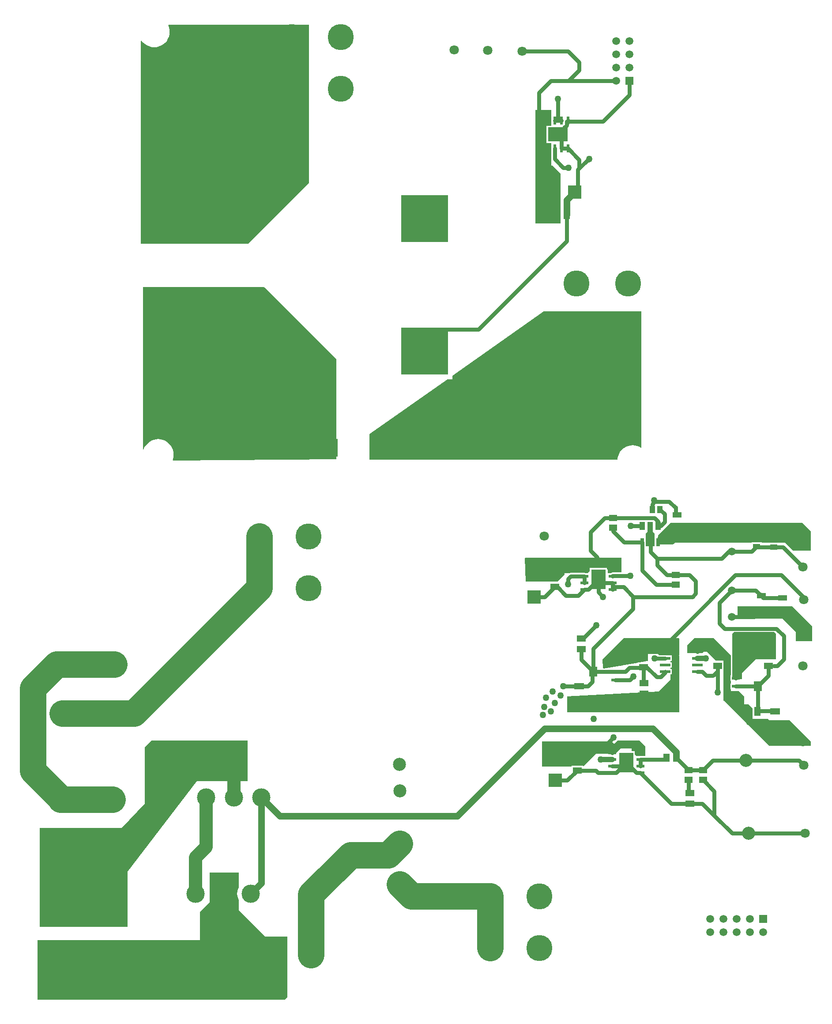
<source format=gtl>
G04 Layer_Physical_Order=1*
G04 Layer_Color=255*
%FSLAX25Y25*%
%MOIN*%
G70*
G01*
G75*
%ADD10R,0.09842X0.09842*%
%ADD11R,0.05118X0.06693*%
%ADD12R,0.14961X0.10787*%
%ADD13R,0.02362X0.06102*%
%ADD14R,0.14370X0.13780*%
%ADD15C,0.10000*%
%ADD16C,0.03000*%
%ADD17C,0.02000*%
%ADD18C,0.05000*%
%ADD19C,0.01000*%
%ADD20R,0.05905X0.05118*%
%ADD21R,0.06693X0.05118*%
%ADD22R,0.07283X0.04921*%
%ADD23R,0.03937X0.05905*%
%ADD24R,0.02756X0.05905*%
%ADD25R,0.04331X0.05512*%
%ADD26R,0.05118X0.05905*%
%ADD27R,0.06693X0.04331*%
%ADD28R,0.05512X0.04331*%
%ADD29R,0.09842X0.09842*%
%ADD30R,0.05905X0.02362*%
%ADD31R,0.05905X0.07205*%
%ADD32R,0.07874X0.01968*%
%ADD33R,0.10787X0.14961*%
%ADD34R,0.06102X0.02362*%
%ADD35R,0.09449X0.14961*%
%ADD36C,0.04000*%
%ADD37C,0.20000*%
%ADD38C,0.19685*%
%ADD39C,0.07087*%
%ADD40R,0.05905X0.05905*%
%ADD41C,0.05905*%
%ADD42R,0.35433X0.35433*%
%ADD43R,0.47244X0.47244*%
%ADD44C,0.05000*%
%ADD45C,0.09842*%
%ADD46C,0.13780*%
%ADD47R,0.05905X0.05905*%
G36*
X329000Y727500D02*
X283000Y681500D01*
X202000D01*
Y834752D01*
X202481Y834888D01*
X202610Y834678D01*
X203793Y833293D01*
X205178Y832110D01*
X206731Y831158D01*
X208413Y830461D01*
X210184Y830036D01*
X212000Y829893D01*
X213816Y830036D01*
X215587Y830461D01*
X217269Y831158D01*
X218822Y832110D01*
X220207Y833293D01*
X221390Y834678D01*
X222342Y836231D01*
X223039Y837913D01*
X223464Y839684D01*
X223607Y841500D01*
X223464Y843316D01*
X223039Y845087D01*
X222453Y846500D01*
X222764Y847000D01*
X329000D01*
X329000Y727500D01*
D02*
G37*
G36*
X512000Y775422D02*
X511861Y774720D01*
X512000Y774019D01*
Y770484D01*
X508291D01*
Y757697D01*
X512000D01*
Y754162D01*
X511861Y753461D01*
Y745591D01*
X512000Y744889D01*
Y740500D01*
X513000D01*
X519000Y734500D01*
Y697000D01*
X500000D01*
Y782500D01*
X512000D01*
Y775422D01*
D02*
G37*
G36*
X580000Y527919D02*
X579564Y527674D01*
X578598Y528266D01*
X576926Y528959D01*
X575165Y529382D01*
X573361Y529524D01*
X571556Y529382D01*
X569796Y528959D01*
X568124Y528266D01*
X566580Y527321D01*
X565204Y526145D01*
X564028Y524768D01*
X563083Y523225D01*
X562390Y521553D01*
X561967Y519793D01*
X561866Y518500D01*
X374500D01*
X374500Y537840D01*
X433379Y579284D01*
X437295D01*
Y582040D01*
X506142Y630500D01*
X580000Y630500D01*
Y527919D01*
D02*
G37*
G36*
X349500Y594500D02*
Y518880D01*
X226126Y518035D01*
X225847Y518450D01*
X226039Y518913D01*
X226464Y520684D01*
X226607Y522500D01*
X226464Y524316D01*
X226039Y526087D01*
X225342Y527769D01*
X224390Y529322D01*
X223207Y530707D01*
X221822Y531890D01*
X220269Y532842D01*
X218587Y533539D01*
X216816Y533964D01*
X215000Y534107D01*
X213184Y533964D01*
X211413Y533539D01*
X209731Y532842D01*
X208178Y531890D01*
X206793Y530707D01*
X205610Y529322D01*
X204658Y527769D01*
X204000Y526180D01*
X203500Y526279D01*
X203500Y649000D01*
X295000D01*
X349500Y594500D01*
D02*
G37*
G36*
X588665Y464248D02*
X589945Y462968D01*
Y453323D01*
X583252D01*
Y462968D01*
X584531Y464248D01*
Y471433D01*
X588665D01*
X588665Y464248D01*
D02*
G37*
G36*
X708000Y464500D02*
Y450000D01*
X694500D01*
X688500Y456000D01*
X670756D01*
Y456213D01*
X663244D01*
Y456000D01*
X592229D01*
X591897Y456374D01*
X592500Y461500D01*
X602000Y471000D01*
X701500D01*
X708000Y464500D01*
D02*
G37*
G36*
X565000Y433549D02*
X558366D01*
X557391Y433355D01*
X556859Y433000D01*
X554500D01*
Y435750D01*
X553803Y436098D01*
Y436791D01*
X541016D01*
Y436500D01*
X541000D01*
Y434500D01*
X539500Y433000D01*
X537797D01*
X537755Y433028D01*
X536779Y433222D01*
X526673D01*
X525698Y433028D01*
X525656Y433000D01*
X522000D01*
Y432000D01*
X516488Y426488D01*
X492500D01*
X492010Y444142D01*
X492359Y444500D01*
X565000D01*
Y433549D01*
D02*
G37*
G36*
X709000Y393000D02*
Y383000D01*
Y381500D01*
X696500D01*
X696500Y388500D01*
X686500Y398500D01*
X653000D01*
X652500Y399000D01*
Y408000D01*
X694000Y408000D01*
X709000Y393000D01*
D02*
G37*
G36*
X681500Y387000D02*
X681500Y368000D01*
X666500D01*
X656000Y357500D01*
Y353000D01*
X648865Y352524D01*
X648500Y352866D01*
Y355764D01*
X648520Y355862D01*
Y371000D01*
X648500Y371098D01*
Y387000D01*
X649951Y388451D01*
X680049D01*
X681500Y387000D01*
D02*
G37*
G36*
X608538Y383538D02*
X608500Y383500D01*
Y371000D01*
X608191D01*
X608500Y370694D01*
Y328000D01*
X524000Y328000D01*
Y340000D01*
X593000Y343500D01*
X602000Y352500D01*
Y356516D01*
X602732D01*
Y360484D01*
X602000D01*
Y361516D01*
X602732D01*
Y365484D01*
X602000D01*
Y366516D01*
X602732D01*
Y370484D01*
X602946Y370896D01*
X603014Y371000D01*
X598041D01*
X597795Y371049D01*
X593451D01*
X592500Y372000D01*
X590230D01*
X590000Y372030D01*
X589771Y372000D01*
X585000Y372000D01*
X585000Y366500D01*
X584050Y366500D01*
X578396Y365559D01*
X577153D01*
Y365352D01*
X551495Y361082D01*
X550972Y361392D01*
X550500Y368000D01*
X566500Y384000D01*
X608347D01*
X608538Y383538D01*
D02*
G37*
G36*
X583000Y302000D02*
Y295000D01*
X576000D01*
X574894Y296106D01*
Y298480D01*
X572520D01*
X572500Y298500D01*
Y300500D01*
X564500D01*
X562228Y298480D01*
X562106D01*
Y298372D01*
X560000Y296500D01*
X545500D01*
X536346Y287347D01*
X535847Y287554D01*
Y287559D01*
X527153D01*
Y287000D01*
X505000D01*
Y306000D01*
X557500D01*
X559500Y304000D01*
X562000Y306500D01*
X578500D01*
X583000Y302000D01*
D02*
G37*
G36*
X647500Y371000D02*
Y370900D01*
Y355963D01*
Y355862D01*
X647315D01*
Y351500D01*
X647500D01*
Y349681D01*
X647315D01*
Y345319D01*
X647500D01*
Y344000D01*
X653500D01*
X657500Y340000D01*
Y334000D01*
X661000D01*
X663941Y331059D01*
Y324153D01*
X664000D01*
Y323000D01*
X675500D01*
X676500Y322000D01*
X692000D01*
X708000Y306000D01*
X708000Y302500D01*
X676500D01*
X642000Y337000D01*
Y367000D01*
X636000D01*
X629500Y373500D01*
X627000Y373500D01*
X626000Y372500D01*
X614500Y372500D01*
X614500Y378500D01*
X620000Y384000D01*
X634500D01*
X647500Y371000D01*
D02*
G37*
G36*
X282500Y276000D02*
X244187D01*
X192000Y207557D01*
Y166000D01*
X125500D01*
Y240500D01*
X187475D01*
X205000Y258939D01*
Y301500D01*
X210000Y306500D01*
X282500D01*
Y276000D01*
D02*
G37*
G36*
X276000Y207000D02*
Y196198D01*
X275714Y195731D01*
X275088Y194220D01*
X274706Y192630D01*
X274578Y191000D01*
X274706Y189370D01*
X275088Y187779D01*
X275714Y186269D01*
X276000Y185802D01*
Y178500D01*
X296000Y158500D01*
X312500D01*
Y113000D01*
X310500Y111000D01*
X123940D01*
Y156000D01*
X246500D01*
Y177000D01*
X254000Y184500D01*
Y207000D01*
X276000Y207000D01*
D02*
G37*
D10*
X507500Y720500D02*
D03*
X529500D02*
D03*
D11*
X515500Y703500D02*
D03*
X523500D02*
D03*
X667500Y328500D02*
D03*
X659500D02*
D03*
D12*
X516772Y764091D02*
D03*
D13*
X509390Y774720D02*
D03*
X514409D02*
D03*
X519429D02*
D03*
X524449D02*
D03*
Y753461D02*
D03*
X519429D02*
D03*
X514409D02*
D03*
X509390D02*
D03*
D14*
X381594Y527500D02*
D03*
X343406D02*
D03*
D15*
X241000Y708925D02*
X316000Y783925D01*
X570000Y614500D02*
X531000D01*
X316000Y798500D02*
Y837500D01*
Y783925D02*
Y798500D01*
X343406Y527500D02*
X319000D01*
X246000Y600500D01*
X444000Y527500D02*
X381594D01*
X444000D02*
X531000Y614500D01*
X243150Y191000D02*
Y218150D01*
X251150Y226150D01*
Y263350D01*
X180500Y225000D02*
X243000Y287500D01*
X267500D01*
X272213Y282787D01*
Y263500D02*
Y282787D01*
D16*
X510000Y709000D02*
Y752850D01*
X525000Y804500D02*
X511500D01*
X502500Y795500D02*
X511500Y804500D01*
X502500Y767831D02*
Y795500D01*
X561000Y804500D02*
X525000D01*
X533000Y812500D01*
Y818500D01*
X524449Y774000D02*
X523429D01*
X551000D02*
X524449D01*
X529000Y721000D02*
X532000Y724000D01*
X457000Y617000D02*
X523500Y683500D01*
X416079Y600500D02*
X432579Y617000D01*
X457000D02*
X432579D01*
X523500Y683500D02*
Y703500D01*
X532000Y724000D02*
Y737500D01*
X533000Y738500D02*
X539500Y745000D01*
X525000Y739000D02*
X521000D01*
X514409Y745591D01*
X507539Y753461D02*
X502500Y758500D01*
X509390Y753461D02*
X507539D01*
X515500Y703500D02*
X510000Y709000D01*
X502500Y767831D02*
X509390Y774720D01*
X502500Y758500D02*
Y767831D01*
X514409Y745591D02*
Y753461D01*
X533000Y818500D02*
X524500Y827000D01*
X490000D01*
X524449Y753461D02*
X519429D01*
Y761433D01*
X517091Y763772D01*
X533000Y738500D02*
Y744909D01*
X524449Y753461D01*
X532000Y737500D02*
X533000Y738500D01*
X571000Y794000D02*
Y804500D01*
X551000Y774000D02*
X571000Y794000D01*
X523429Y770953D02*
Y774000D01*
X521646Y769169D02*
X523429Y770953D01*
X524449Y774000D02*
Y774720D01*
X516772Y764091D02*
X521748Y769067D01*
X517000Y775721D02*
Y791000D01*
X519429Y774720D02*
X514409D01*
X666500Y452547D02*
X680000D01*
X648343Y459386D02*
X679067D01*
X571980Y468480D02*
X580693D01*
X560823Y282323D02*
X565842Y287343D01*
X568500Y290000D01*
X557870Y287343D02*
X565842D01*
X668000Y329000D02*
Y347500D01*
X667610Y328610D02*
X668000Y329000D01*
X566500Y422500D02*
X574000Y415000D01*
X573500Y406000D02*
Y414500D01*
X543500Y376000D02*
X573500Y406000D01*
X543500Y358500D02*
Y376000D01*
X547409Y418590D02*
X551000Y415000D01*
X547409Y418590D02*
Y428311D01*
X664500Y371000D02*
X671500D01*
X672000Y371500D01*
Y384000D01*
X687500Y368000D02*
Y385500D01*
X682000Y391000D02*
X687500Y385500D01*
X643000Y391000D02*
X682000D01*
X639000Y395000D02*
X643000Y391000D01*
X686815Y403685D02*
X703500Y387000D01*
X686500Y403685D02*
X686815D01*
X594250Y378750D02*
X597795Y375205D01*
X593000Y380000D02*
X594250Y378750D01*
X702500Y413000D02*
Y414500D01*
X685500Y431500D02*
X702500Y414500D01*
X651000Y431500D02*
X685500D01*
X598250Y378750D02*
X651000Y431500D01*
X594250Y378750D02*
X598250D01*
X686953Y452547D02*
X702000Y437500D01*
X680000Y452547D02*
X686953D01*
X700047Y458453D02*
X701000Y457500D01*
X680000Y458453D02*
X700047D01*
X661000Y236500D02*
X703500D01*
X698882Y291618D02*
X702500Y288000D01*
X659000Y291618D02*
X698882D01*
X574000Y415000D02*
X618500D01*
X558039Y430673D02*
X558366Y431000D01*
X571500D01*
X544000Y323000D02*
Y323500D01*
X635000Y250000D02*
X648500Y236500D01*
X626000Y259000D02*
X635000Y250000D01*
Y268260D01*
X626500Y276760D02*
X635000Y268260D01*
X615500Y268000D02*
X616500Y267000D01*
X615500Y268000D02*
Y276760D01*
X633878Y291618D02*
X659000D01*
X626500Y284240D02*
X633878Y291618D01*
X615500Y284240D02*
X626500D01*
X606240Y293500D02*
X615500Y284240D01*
X648500Y236500D02*
X661000D01*
X616500Y259000D02*
X626000D01*
X602453D02*
X616500D01*
X579130Y282323D02*
X602453Y259000D01*
X597622Y292362D02*
X598760Y293500D01*
X579130Y292362D02*
X597622D01*
X579130Y287343D02*
Y292362D01*
X576177Y282323D02*
X579130D01*
X568500Y290000D02*
X576177Y282323D01*
X557870D02*
X560823D01*
X579130Y297382D02*
Y298370D01*
X573500Y304000D02*
X579130Y298370D01*
X563500Y304000D02*
X573500D01*
X557870Y298370D02*
X563500Y304000D01*
X557870Y297382D02*
Y298370D01*
X547000Y299000D02*
X556252D01*
X542500D02*
X547000D01*
Y301000D01*
X550500Y304500D01*
X554500D01*
X559000Y309000D01*
X547177Y282323D02*
X557870D01*
X545500Y284000D02*
X547177Y282323D01*
X531500Y284000D02*
X545500D01*
X524000Y276500D02*
X531500Y284000D01*
X515000Y276500D02*
X524000D01*
X556252Y299000D02*
X557870Y297382D01*
X535500Y292000D02*
X542500Y299000D01*
X531500Y292000D02*
X535500D01*
X525000Y298500D02*
X531500Y292000D01*
X515000Y298500D02*
X525000D01*
X634500Y356000D02*
X637500Y359000D01*
Y363000D01*
Y343000D02*
Y359000D01*
X641500Y371000D02*
X645500Y367000D01*
Y342500D02*
Y367000D01*
Y342500D02*
X646681Y341319D01*
X651268D01*
X637500Y371000D02*
X641500D01*
X690110Y317390D02*
X702000Y305500D01*
X681000Y317390D02*
X690110D01*
X680000Y363000D02*
X682500D01*
X687500Y368000D01*
X639000Y395000D02*
Y410673D01*
X648343Y420016D01*
X651268Y357768D02*
X664500Y371000D01*
X651268Y353681D02*
Y357768D01*
Y347500D02*
X668000D01*
X678390Y320000D02*
X681000Y317390D01*
X660500Y320000D02*
X678390D01*
X660500D02*
Y327500D01*
X659500Y328500D02*
X660500Y327500D01*
X651268Y336732D02*
X659500Y328500D01*
X651268Y336732D02*
Y341319D01*
X680610Y329000D02*
X681000Y328610D01*
X668000Y329000D02*
X680610D01*
X668000Y347500D02*
X676000Y355500D01*
Y363000D01*
X590000Y368500D02*
X597795D01*
X629000Y355500D02*
X634000D01*
X626000Y358500D02*
X629000Y355500D01*
X622205Y358500D02*
X626000D01*
X637500Y371000D02*
Y376000D01*
X634500Y379000D02*
X637500Y376000D01*
X634295Y378795D02*
X634500Y379000D01*
X627500Y378795D02*
X634295D01*
X622205Y373500D02*
X627500Y378795D01*
X597795Y357795D02*
Y358500D01*
X594500Y354500D02*
X597795Y357795D01*
X582000Y342000D02*
X582500Y341500D01*
X594500D01*
X604500Y351500D01*
Y371500D01*
X602500Y373500D02*
X604500Y371500D01*
X597795Y373500D02*
X602500D01*
X560232Y352319D02*
X571319D01*
X574000Y355000D01*
X576390Y336390D02*
X582000Y342000D01*
X533000Y336390D02*
X576390D01*
X581000Y361500D02*
X581500Y362000D01*
X571000Y361500D02*
X581000D01*
X568000Y358500D02*
X571000Y361500D01*
X560232Y358500D02*
X568000D01*
X597795Y373500D02*
Y375205D01*
X586000Y380000D02*
X593000D01*
X580500Y371000D02*
Y374500D01*
X586000Y380000D01*
X591500Y354500D02*
X594500D01*
X584000Y362000D02*
X591500Y354500D01*
X581500Y362000D02*
X584000D01*
X581500Y350500D02*
X582000Y350000D01*
X581500Y350500D02*
Y362000D01*
X570500Y371000D02*
X580500D01*
X564181Y364681D02*
X570500Y371000D01*
X560232Y364681D02*
X564181D01*
X543500Y358500D02*
X560232D01*
X533000Y347610D02*
X539610D01*
X543000Y351000D01*
Y358000D01*
X543500Y358500D01*
X534500Y367500D02*
X543500Y358500D01*
X534500Y367500D02*
Y375500D01*
Y383500D02*
X536000D01*
X546000Y393500D01*
X546500Y442500D02*
X552500D01*
X540500D02*
X546500D01*
Y445000D01*
X541500Y450000D02*
X546500Y445000D01*
X541500Y450000D02*
Y464000D01*
X552240Y474740D01*
X558500D01*
X536779Y425654D02*
Y430673D01*
X526673D02*
X536779D01*
X524500Y428500D02*
X526673Y430673D01*
X524500Y424500D02*
Y428500D01*
X532146Y416000D02*
X536779Y420634D01*
X523000Y416000D02*
X532146D01*
X516500Y422500D02*
X523000Y416000D01*
X514500Y422500D02*
X516500D01*
X507000Y415000D02*
X514500Y422500D01*
X499000Y415000D02*
X507000D01*
X529500Y441000D02*
X534807Y435693D01*
X525000Y441000D02*
X529500D01*
X514500Y430500D02*
X525000Y441000D01*
X534807Y435693D02*
X536779D01*
X508000Y437000D02*
X514500Y430500D01*
X499000Y437000D02*
X508000D01*
X558039Y435693D02*
Y436961D01*
X552500Y442500D02*
X558039Y436961D01*
X536779Y438779D02*
X540500Y442500D01*
X536779Y435693D02*
Y438779D01*
X550067Y425654D02*
X558039D01*
Y424000D02*
Y425654D01*
Y420634D02*
Y424000D01*
X559539Y422500D01*
X566500D01*
X618500Y415000D02*
X621000Y417500D01*
Y427000D01*
X616260Y431740D02*
X621000Y427000D01*
X606000Y431740D02*
X616260D01*
X547409Y428311D02*
X550067Y425654D01*
X539732Y420634D02*
X547409Y428311D01*
X536779Y420634D02*
X539732D01*
X592000Y439000D02*
Y444000D01*
Y439000D02*
X599260Y431740D01*
X606000D01*
X591240Y424260D02*
X606000D01*
X580693Y434807D02*
X591240Y424260D01*
X580693Y434807D02*
Y456276D01*
X558500Y464500D02*
Y467260D01*
Y464500D02*
X566724Y456276D01*
X558500Y474740D02*
X589760D01*
X592504Y471996D01*
Y468480D02*
Y471996D01*
X566724Y456276D02*
X580693D01*
X607000Y460000D02*
Y466185D01*
X603276Y456276D02*
X607000Y460000D01*
X592504Y456276D02*
X603276D01*
X641543Y466185D02*
X648343Y459386D01*
X607000Y466185D02*
X641543D01*
X606000Y477815D02*
X607000Y476815D01*
X606000Y477815D02*
Y482500D01*
X605500D02*
X606000D01*
X601000Y487000D02*
X605500Y482500D01*
X590000Y487000D02*
X601000D01*
X588047Y485047D02*
X590000Y487000D01*
X588047Y481000D02*
Y485047D01*
X592504Y468480D02*
X594480D01*
X597500Y471500D01*
Y477453D01*
X593953Y481000D02*
X597500Y477453D01*
X645847Y449346D02*
X648343D01*
X640500Y444000D02*
X645847Y449346D01*
X592000Y444000D02*
X640500D01*
X586992Y449008D02*
X592000Y444000D01*
X586992Y449008D02*
Y457063D01*
X685000Y405185D02*
X686500Y403685D01*
X670500Y405185D02*
X685000D01*
X665350Y400035D02*
X670500Y405185D01*
X648343Y400035D02*
X665350D01*
X670500Y415815D02*
X672000Y414315D01*
X666299Y420016D02*
X670500Y415815D01*
X672000Y414315D02*
X686500D01*
X648343Y420016D02*
X666299D01*
X663299Y449346D02*
X666500Y452547D01*
X648343Y449346D02*
X663299D01*
X520890Y347610D02*
X533000D01*
D17*
X540500Y744000D02*
X539500Y745000D01*
X540500Y744000D02*
Y745500D01*
D18*
X523500Y703500D02*
Y714500D01*
X529500Y720500D01*
X441000Y249500D02*
X507000Y315500D01*
X307000Y249500D02*
X441000D01*
X293000Y263500D02*
X307000Y249500D01*
X588500Y315500D02*
X606240Y297760D01*
X507000Y315500D02*
X588500D01*
X293000Y199000D02*
Y263500D01*
X285000Y191000D02*
X293000Y199000D01*
X606240Y293500D02*
Y297760D01*
D19*
X510000Y752850D02*
X509390Y753461D01*
D20*
X626500Y284240D02*
D03*
Y276760D02*
D03*
X615500Y284240D02*
D03*
Y276760D02*
D03*
X606000Y431740D02*
D03*
Y424260D02*
D03*
X558500Y467260D02*
D03*
Y474740D02*
D03*
D21*
X616500Y267000D02*
D03*
Y259000D02*
D03*
X676000Y363000D02*
D03*
Y371000D02*
D03*
X581500Y370000D02*
D03*
Y362000D02*
D03*
X531500Y292000D02*
D03*
Y284000D02*
D03*
X514500Y430500D02*
D03*
Y422500D02*
D03*
X582000Y350000D02*
D03*
Y342000D02*
D03*
X534500Y375500D02*
D03*
Y383500D02*
D03*
X637500Y371000D02*
D03*
Y363000D02*
D03*
D22*
X681000Y328610D02*
D03*
Y317390D02*
D03*
X533000Y347610D02*
D03*
Y336390D02*
D03*
D23*
X586992Y457063D02*
D03*
X580693Y468480D02*
D03*
X592504D02*
D03*
D24*
X580693Y456276D02*
D03*
X592504D02*
D03*
D25*
X593953Y481000D02*
D03*
X588047D02*
D03*
D26*
X606240Y293500D02*
D03*
X598760D02*
D03*
D27*
X670500Y415815D02*
D03*
Y405185D02*
D03*
X686500Y414315D02*
D03*
Y403685D02*
D03*
X607000Y476815D02*
D03*
Y466185D02*
D03*
D28*
X667000Y458953D02*
D03*
Y453047D02*
D03*
X680000Y458453D02*
D03*
Y452547D02*
D03*
D29*
X515000Y276500D02*
D03*
Y298500D02*
D03*
X499000Y415000D02*
D03*
Y437000D02*
D03*
D30*
X651268Y341319D02*
D03*
Y347500D02*
D03*
Y353681D02*
D03*
X560232Y364681D02*
D03*
Y358500D02*
D03*
Y352319D02*
D03*
D31*
X668000Y347500D02*
D03*
X543500Y358500D02*
D03*
D32*
X622205Y373500D02*
D03*
Y368500D02*
D03*
Y363500D02*
D03*
Y358500D02*
D03*
X597795D02*
D03*
Y363500D02*
D03*
Y368500D02*
D03*
Y373500D02*
D03*
D33*
X547409Y428311D02*
D03*
X568500Y290000D02*
D03*
D34*
X536779Y435693D02*
D03*
Y430673D02*
D03*
Y425654D02*
D03*
Y420634D02*
D03*
X558039D02*
D03*
Y425654D02*
D03*
Y430673D02*
D03*
Y435693D02*
D03*
X579130Y297382D02*
D03*
Y292362D02*
D03*
Y287343D02*
D03*
Y282323D02*
D03*
X557870D02*
D03*
Y287343D02*
D03*
Y292362D02*
D03*
Y297382D02*
D03*
D35*
X330634Y144500D02*
D03*
X297366D02*
D03*
D36*
X549362Y292362D02*
X557870D01*
X622205Y368500D02*
X628500D01*
D37*
X291500Y421500D02*
Y460500D01*
X197000Y327000D02*
X291500Y421500D01*
X182000Y327000D02*
X197000D01*
X143000D02*
X182000D01*
X120500Y346000D02*
X138500Y364000D01*
X120500Y283500D02*
Y346000D01*
Y283500D02*
X141500Y262500D01*
Y262000D02*
Y262500D01*
X138500Y364000D02*
X143000D01*
X182000D01*
X141500Y262000D02*
X180500D01*
X141000Y181000D02*
X180000D01*
X141000D02*
Y224500D01*
X141500Y225000D01*
X173000D01*
X141000Y144000D02*
X180000D01*
X252000D01*
X296866D01*
X297366Y144500D01*
X252000Y144000D02*
X264213Y156213D01*
Y191000D01*
X330634Y144500D02*
Y190134D01*
X360500Y220000D01*
X388791D01*
X397500Y228709D01*
Y198000D02*
X406500Y189000D01*
X466000D01*
Y150000D02*
Y189000D01*
D38*
X353000Y798500D02*
D03*
X316000D02*
D03*
Y837500D02*
D03*
X353000D02*
D03*
X570000Y651500D02*
D03*
Y614500D02*
D03*
X531000D02*
D03*
Y651500D02*
D03*
X328500Y421500D02*
D03*
X291500D02*
D03*
Y460500D02*
D03*
X328500D02*
D03*
X143000Y327000D02*
D03*
Y364000D02*
D03*
X182000D02*
D03*
Y327000D02*
D03*
X180500Y262000D02*
D03*
Y225000D02*
D03*
X141500D02*
D03*
Y262000D02*
D03*
X180000Y181000D02*
D03*
Y144000D02*
D03*
X141000D02*
D03*
Y181000D02*
D03*
X503000Y150000D02*
D03*
X466000D02*
D03*
Y189000D02*
D03*
X503000D02*
D03*
D39*
X438500Y828000D02*
D03*
X464000Y827500D02*
D03*
X490000Y827000D02*
D03*
X701000Y457500D02*
D03*
X702000Y437500D02*
D03*
X702500Y413000D02*
D03*
X702000Y363000D02*
D03*
Y305500D02*
D03*
X703500Y236500D02*
D03*
X702500Y288000D02*
D03*
X703500Y387000D02*
D03*
X506500Y461000D02*
D03*
D40*
X571000Y804500D02*
D03*
D41*
X561000D02*
D03*
X571000Y814500D02*
D03*
X561000D02*
D03*
X571000Y824500D02*
D03*
X561000D02*
D03*
X571000Y834500D02*
D03*
X561000D02*
D03*
X648343Y459386D02*
D03*
Y449346D02*
D03*
Y420016D02*
D03*
Y400035D02*
D03*
X672000Y162000D02*
D03*
X662000Y172000D02*
D03*
Y162000D02*
D03*
X652000Y172000D02*
D03*
Y162000D02*
D03*
X642000Y172000D02*
D03*
Y162000D02*
D03*
X632000Y172000D02*
D03*
Y162000D02*
D03*
D42*
X416079Y700500D02*
D03*
Y600500D02*
D03*
D43*
X246000Y708925D02*
D03*
Y600500D02*
D03*
D44*
X540500Y745500D02*
D03*
X525000Y739000D02*
D03*
X517000Y791000D02*
D03*
X505500Y326000D02*
D03*
X511500Y328500D02*
D03*
X514500Y335000D02*
D03*
X519000Y340500D02*
D03*
X513000Y343500D02*
D03*
X508000Y339000D02*
D03*
X506500Y332000D02*
D03*
X589500Y488000D02*
D03*
X551000Y415000D02*
D03*
X637500Y343000D02*
D03*
X672000Y384000D02*
D03*
X571500Y431000D02*
D03*
X544000Y323000D02*
D03*
X574000Y355000D02*
D03*
X549362Y292362D02*
D03*
X559000Y309000D02*
D03*
X590000Y368500D02*
D03*
X628500D02*
D03*
X546000Y393500D02*
D03*
X524500Y424500D02*
D03*
X571980Y468480D02*
D03*
X520890Y347610D02*
D03*
D45*
X397500Y198000D02*
D03*
Y228709D02*
D03*
Y268472D02*
D03*
X397106Y288551D02*
D03*
X661000Y236500D02*
D03*
X659000Y291618D02*
D03*
D46*
X243150Y191000D02*
D03*
X264213D02*
D03*
X285000D02*
D03*
X251150Y263500D02*
D03*
X272213D02*
D03*
X293000D02*
D03*
D47*
X672000Y172000D02*
D03*
M02*

</source>
